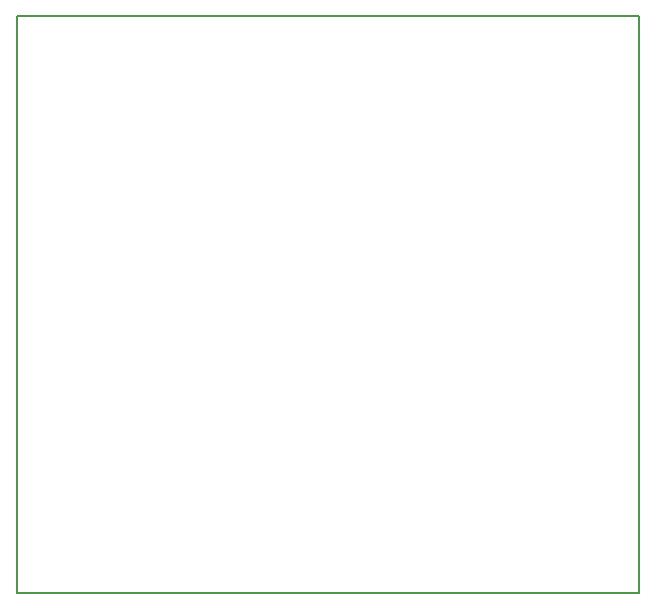
<source format=gbr>
%FSLAX23Y23*%
%MOIN*%
G04 EasyPC Gerber Version 18.0.1 Build 3581 *
%ADD10C,0.00800*%
X0Y0D02*
D02*
D10*
X417Y924D02*
X2492D01*
Y2849*
X417*
Y924*
X0Y0D02*
M02*

</source>
